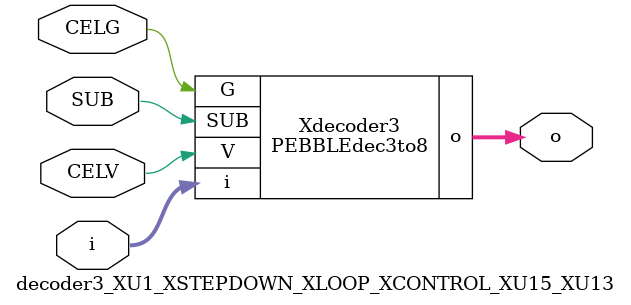
<source format=v>



module PEBBLEdec3to8 ( o, G, V, i, SUB );

  input V;
  input  [2:0] i;
  input G;
  output  [7:0] o;
  input SUB;
endmodule

//Celera Confidential Do Not Copy decoder3_XU1_XSTEPDOWN_XLOOP_XCONTROL_XU15_XU13
//Celera Confidential Symbol Generator
//DECODER
module decoder3_XU1_XSTEPDOWN_XLOOP_XCONTROL_XU15_XU13 (CELV,i,o,
CELG,SUB);
input CELV;
input [2:0] i;
output [7:0] o;
input CELG;
input SUB;

//Celera Confidential Do Not Copy Pin i
wire[2:0] i;

//Celera Confidential Do Not Copy Pin o
wire[7:0] o;

//Celera Confidential Do Not Copy PEBBLEdec3to8
PEBBLEdec3to8 Xdecoder3(
.V (CELV),
.i (i[2:0]),
.o (o[7:0]),
.SUB (SUB),
.G (CELG)
);
//,diesize,PEBBLEdec3to8

//Celera Confidential Do Not Copy Module End
//Celera Schematic Generator
endmodule

</source>
